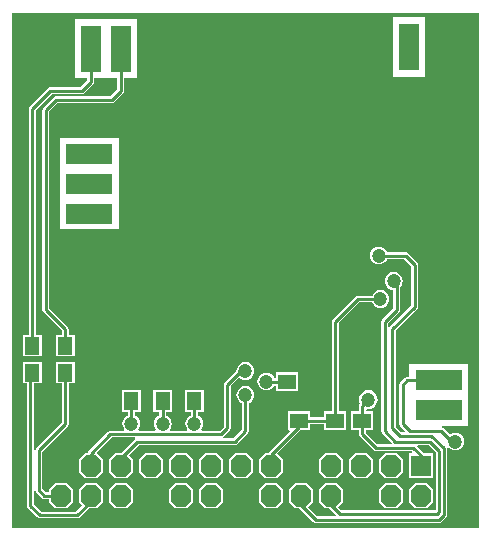
<source format=gbl>
G04 Layer_Physical_Order=2*
G04 Layer_Color=16711680*
%FSLAX44Y44*%
%MOMM*%
G71*
G01*
G75*
%ADD10R,1.5240X1.2700*%
%ADD16R,1.2700X1.5240*%
%ADD17C,0.2540*%
%ADD22R,4.0000X1.7000*%
%ADD23R,1.7000X4.0000*%
G04:AMPARAMS|DCode=24|XSize=1.7mm|YSize=1.8mm|CornerRadius=0mm|HoleSize=0mm|Usage=FLASHONLY|Rotation=180.000|XOffset=0mm|YOffset=0mm|HoleType=Round|Shape=Octagon|*
%AMOCTAGOND24*
4,1,8,0.4250,-0.9000,-0.4250,-0.9000,-0.8500,-0.4750,-0.8500,0.4750,-0.4250,0.9000,0.4250,0.9000,0.8500,0.4750,0.8500,-0.4750,0.4250,-0.9000,0.0*
%
%ADD24OCTAGOND24*%

%ADD25R,1.7000X1.8000*%
%ADD26C,1.2000*%
G36*
X1524937Y719154D02*
X1129363D01*
Y1155367D01*
X1524937D01*
Y719154D01*
D02*
G37*
%LPC*%
G36*
X1252152Y782684D02*
X1242128D01*
X1237116Y777672D01*
Y766648D01*
X1242128Y761636D01*
X1252152D01*
X1257164Y766648D01*
Y777672D01*
X1252152Y782684D01*
D02*
G37*
G36*
X1480752Y757284D02*
X1470728D01*
X1465716Y752272D01*
Y741248D01*
X1470728Y736236D01*
X1480752D01*
X1485764Y741248D01*
Y752272D01*
X1480752Y757284D01*
D02*
G37*
G36*
X1277552Y782684D02*
X1267528D01*
X1262516Y777672D01*
Y766648D01*
X1267528Y761636D01*
X1277552D01*
X1282564Y766648D01*
Y777672D01*
X1277552Y782684D01*
D02*
G37*
G36*
X1328352D02*
X1318328D01*
X1313316Y777672D01*
Y766648D01*
X1318328Y761636D01*
X1328352D01*
X1333364Y766648D01*
Y777672D01*
X1328352Y782684D01*
D02*
G37*
G36*
X1302952D02*
X1292928D01*
X1287916Y777672D01*
Y766648D01*
X1292928Y761636D01*
X1302952D01*
X1307964Y766648D01*
Y777672D01*
X1302952Y782684D01*
D02*
G37*
G36*
X1277552Y757284D02*
X1267528D01*
X1262516Y752272D01*
Y741248D01*
X1267528Y736236D01*
X1277552D01*
X1282564Y741248D01*
Y752272D01*
X1277552Y757284D01*
D02*
G37*
G36*
X1226752D02*
X1216728D01*
X1211716Y752272D01*
Y741248D01*
X1216728Y736236D01*
X1226752D01*
X1231764Y741248D01*
Y752272D01*
X1226752Y757284D01*
D02*
G37*
G36*
X1302952D02*
X1292928D01*
X1287916Y752272D01*
Y741248D01*
X1292928Y736236D01*
X1302952D01*
X1307964Y741248D01*
Y752272D01*
X1302952Y757284D01*
D02*
G37*
G36*
X1455352D02*
X1445328D01*
X1440316Y752272D01*
Y741248D01*
X1445328Y736236D01*
X1455352D01*
X1460364Y741248D01*
Y752272D01*
X1455352Y757284D01*
D02*
G37*
G36*
X1353752D02*
X1343728D01*
X1338716Y752272D01*
Y741248D01*
X1343728Y736236D01*
X1353752D01*
X1358764Y741248D01*
Y752272D01*
X1353752Y757284D01*
D02*
G37*
G36*
X1441450Y920719D02*
X1439486Y920460D01*
X1437655Y919702D01*
X1436084Y918496D01*
X1434878Y916925D01*
X1434486Y915979D01*
X1422400D01*
X1421310Y915762D01*
X1420386Y915144D01*
X1420386Y915144D01*
X1401336Y896094D01*
X1400718Y895170D01*
X1400501Y894080D01*
X1400501Y894080D01*
Y818134D01*
X1394206D01*
Y813109D01*
X1382014D01*
Y818134D01*
X1363726D01*
Y802386D01*
X1364388D01*
X1364874Y801213D01*
X1346726Y783064D01*
X1346471Y782684D01*
X1343728D01*
X1338716Y777672D01*
Y766648D01*
X1343728Y761636D01*
X1353752D01*
X1358764Y766648D01*
Y777672D01*
X1354077Y782359D01*
X1374105Y802386D01*
X1382014D01*
Y807411D01*
X1394206D01*
Y802386D01*
X1412494D01*
Y818134D01*
X1406199D01*
Y892900D01*
X1423580Y910281D01*
X1434486D01*
X1434878Y909335D01*
X1436084Y907764D01*
X1437655Y906558D01*
X1439486Y905800D01*
X1441450Y905541D01*
X1443414Y905800D01*
X1445244Y906558D01*
X1446816Y907764D01*
X1448022Y909335D01*
X1448780Y911166D01*
X1449039Y913130D01*
X1448780Y915094D01*
X1448022Y916925D01*
X1446816Y918496D01*
X1445244Y919702D01*
X1443414Y920460D01*
X1441450Y920719D01*
D02*
G37*
G36*
X1440180Y957549D02*
X1438216Y957290D01*
X1436385Y956532D01*
X1434814Y955326D01*
X1433608Y953755D01*
X1432850Y951924D01*
X1432591Y949960D01*
X1432850Y947996D01*
X1433608Y946165D01*
X1434814Y944594D01*
X1436385Y943388D01*
X1438216Y942630D01*
X1440180Y942371D01*
X1442144Y942630D01*
X1443974Y943388D01*
X1445546Y944594D01*
X1446752Y946165D01*
X1447144Y947111D01*
X1461860D01*
X1467811Y941160D01*
Y907960D01*
X1449596Y889744D01*
X1449379Y889420D01*
X1448109Y889805D01*
Y892900D01*
X1457434Y902226D01*
X1457434Y902226D01*
X1458052Y903150D01*
X1458269Y904240D01*
Y923033D01*
X1459452Y924576D01*
X1460210Y926406D01*
X1460469Y928370D01*
X1460210Y930334D01*
X1459452Y932165D01*
X1458246Y933736D01*
X1456674Y934942D01*
X1454844Y935700D01*
X1452880Y935959D01*
X1450916Y935700D01*
X1449086Y934942D01*
X1447514Y933736D01*
X1446308Y932165D01*
X1445550Y930334D01*
X1445291Y928370D01*
X1445550Y926406D01*
X1446308Y924576D01*
X1447514Y923004D01*
X1449086Y921798D01*
X1450916Y921040D01*
X1452571Y920822D01*
Y905420D01*
X1443246Y896094D01*
X1442628Y895170D01*
X1442411Y894080D01*
X1442411Y894080D01*
Y801370D01*
X1442411Y801370D01*
X1442628Y800280D01*
X1443246Y799356D01*
X1451082Y791519D01*
X1450556Y790249D01*
X1438820D01*
X1429059Y800010D01*
Y802386D01*
X1435354D01*
Y818134D01*
X1429821D01*
X1429389Y819404D01*
X1430329Y820225D01*
X1431290Y820098D01*
X1433345Y820369D01*
X1435261Y821162D01*
X1436906Y822424D01*
X1438168Y824069D01*
X1438961Y825984D01*
X1439232Y828040D01*
X1438961Y830096D01*
X1438168Y832011D01*
X1436906Y833656D01*
X1435261Y834918D01*
X1433345Y835711D01*
X1431290Y835982D01*
X1429234Y835711D01*
X1427319Y834918D01*
X1425674Y833656D01*
X1424412Y832011D01*
X1423619Y830096D01*
X1423348Y828040D01*
X1423619Y825984D01*
X1424098Y824828D01*
X1423578Y824050D01*
X1423361Y822960D01*
X1423361Y822960D01*
Y818134D01*
X1417066D01*
Y802386D01*
X1423361D01*
Y798830D01*
X1423361Y798830D01*
X1423578Y797740D01*
X1424196Y796816D01*
X1435626Y785386D01*
X1435626Y785386D01*
X1436550Y784768D01*
X1437640Y784551D01*
X1437640Y784551D01*
X1467939D01*
X1468409Y783954D01*
X1467832Y782684D01*
X1465716D01*
Y761636D01*
X1485764D01*
Y782684D01*
X1478009D01*
X1477754Y783064D01*
X1477754Y783064D01*
X1472457Y788361D01*
X1472984Y789631D01*
X1482180D01*
X1488227Y783584D01*
Y734369D01*
X1408340D01*
X1405512Y737196D01*
X1409564Y741248D01*
Y752272D01*
X1404552Y757284D01*
X1394528D01*
X1389516Y752272D01*
Y741248D01*
X1394528Y736236D01*
X1398415D01*
X1404093Y730559D01*
X1403566Y729289D01*
X1388020D01*
X1380112Y737196D01*
X1384164Y741248D01*
Y752272D01*
X1379152Y757284D01*
X1369128D01*
X1364116Y752272D01*
Y741248D01*
X1369128Y736236D01*
X1373015D01*
X1384826Y724426D01*
X1384826Y724426D01*
X1385750Y723808D01*
X1386840Y723591D01*
X1386840Y723591D01*
X1490980D01*
X1490980Y723591D01*
X1492070Y723808D01*
X1492994Y724426D01*
X1497154Y728586D01*
X1497154Y728586D01*
X1497772Y729510D01*
X1497989Y730600D01*
Y787050D01*
X1497989Y787050D01*
X1497974Y787126D01*
X1499161Y787664D01*
X1499584Y787114D01*
X1501156Y785908D01*
X1502986Y785150D01*
X1504950Y784891D01*
X1506914Y785150D01*
X1508745Y785908D01*
X1510316Y787114D01*
X1511522Y788686D01*
X1512280Y790516D01*
X1512539Y792480D01*
X1512280Y794444D01*
X1511522Y796274D01*
X1510316Y797846D01*
X1508745Y799052D01*
X1506914Y799810D01*
X1504950Y800069D01*
X1502986Y799810D01*
X1501156Y799052D01*
X1500426Y798493D01*
X1495280Y803638D01*
X1494356Y804256D01*
X1493732Y804380D01*
X1493857Y805650D01*
X1515980D01*
Y831050D01*
Y858050D01*
X1465980D01*
Y847399D01*
X1464310D01*
X1464310Y847399D01*
X1463220Y847182D01*
X1462296Y846564D01*
X1458486Y842754D01*
X1457868Y841830D01*
X1457651Y840740D01*
X1457651Y840740D01*
Y807720D01*
X1457651Y807720D01*
X1457868Y806630D01*
X1458486Y805706D01*
X1462609Y801582D01*
X1462123Y800409D01*
X1459140D01*
X1454459Y805090D01*
Y886550D01*
X1472674Y904766D01*
X1472674Y904766D01*
X1473292Y905690D01*
X1473509Y906780D01*
Y942340D01*
X1473509Y942340D01*
X1473292Y943430D01*
X1472674Y944354D01*
X1465054Y951974D01*
X1464130Y952592D01*
X1463040Y952809D01*
X1463040Y952809D01*
X1447144D01*
X1446752Y953755D01*
X1445546Y955326D01*
X1443974Y956532D01*
X1442144Y957290D01*
X1440180Y957549D01*
D02*
G37*
G36*
X1220070Y1049820D02*
X1170070D01*
Y1022820D01*
Y997420D01*
Y972020D01*
X1220070D01*
Y997420D01*
Y1022820D01*
Y1049820D01*
D02*
G37*
G36*
X1479080Y1151490D02*
X1452080D01*
Y1101490D01*
X1479080D01*
Y1151490D01*
D02*
G37*
G36*
X1235240Y1150220D02*
X1182840D01*
Y1100220D01*
X1193491D01*
Y1098460D01*
X1187540Y1092509D01*
X1162050D01*
X1162050Y1092509D01*
X1160960Y1092292D01*
X1160036Y1091674D01*
X1160036Y1091674D01*
X1144796Y1076434D01*
X1144178Y1075510D01*
X1143961Y1074420D01*
X1143961Y1074420D01*
Y882904D01*
X1138936D01*
Y864616D01*
X1154684D01*
Y882904D01*
X1149659D01*
Y1073240D01*
X1163230Y1086811D01*
X1188720D01*
X1188720Y1086811D01*
X1189810Y1087028D01*
X1190734Y1087646D01*
X1198354Y1095266D01*
X1198972Y1096190D01*
X1199189Y1097280D01*
X1199189Y1097280D01*
Y1100220D01*
X1218891D01*
Y1090840D01*
X1212940Y1084889D01*
X1167130D01*
X1167130Y1084889D01*
X1166040Y1084672D01*
X1165116Y1084054D01*
X1165116Y1084054D01*
X1156226Y1075164D01*
X1155608Y1074240D01*
X1155391Y1073150D01*
X1155391Y1073150D01*
Y904240D01*
X1155391Y904240D01*
X1155608Y903150D01*
X1156226Y902226D01*
X1171901Y886550D01*
Y882904D01*
X1166876D01*
Y864616D01*
X1182624D01*
Y882904D01*
X1177599D01*
Y887730D01*
X1177599Y887730D01*
X1177382Y888820D01*
X1176764Y889744D01*
X1176764Y889744D01*
X1161089Y905420D01*
Y1071970D01*
X1168310Y1079191D01*
X1214120D01*
X1214120Y1079191D01*
X1215210Y1079408D01*
X1216134Y1080026D01*
X1223754Y1087646D01*
X1224372Y1088570D01*
X1224589Y1089660D01*
X1224589Y1089660D01*
Y1100220D01*
X1235240D01*
Y1150220D01*
D02*
G37*
G36*
X1371854Y851154D02*
X1353566D01*
Y846129D01*
X1351894D01*
X1351502Y847075D01*
X1350296Y848646D01*
X1348725Y849852D01*
X1346894Y850610D01*
X1344930Y850869D01*
X1342966Y850610D01*
X1341136Y849852D01*
X1339564Y848646D01*
X1338358Y847075D01*
X1337600Y845244D01*
X1337341Y843280D01*
X1337600Y841316D01*
X1338358Y839485D01*
X1339564Y837914D01*
X1341136Y836708D01*
X1342966Y835950D01*
X1344930Y835691D01*
X1346894Y835950D01*
X1348725Y836708D01*
X1350296Y837914D01*
X1351502Y839485D01*
X1351894Y840431D01*
X1353566D01*
Y835406D01*
X1371854D01*
Y851154D01*
D02*
G37*
G36*
X1429952Y782684D02*
X1419928D01*
X1414916Y777672D01*
Y766648D01*
X1419928Y761636D01*
X1429952D01*
X1434964Y766648D01*
Y777672D01*
X1429952Y782684D01*
D02*
G37*
G36*
X1404552D02*
X1394528D01*
X1389516Y777672D01*
Y766648D01*
X1394528Y761636D01*
X1404552D01*
X1409564Y766648D01*
Y777672D01*
X1404552Y782684D01*
D02*
G37*
G36*
X1455352D02*
X1445328D01*
X1440316Y777672D01*
Y766648D01*
X1445328Y761636D01*
X1455352D01*
X1460364Y766648D01*
Y777672D01*
X1455352Y782684D01*
D02*
G37*
G36*
X1327150Y859759D02*
X1325186Y859500D01*
X1323356Y858742D01*
X1321784Y857536D01*
X1320578Y855965D01*
X1319820Y854134D01*
X1319599Y852458D01*
X1309896Y842754D01*
X1309278Y841830D01*
X1309061Y840740D01*
X1309061Y840740D01*
Y805090D01*
X1305650Y801679D01*
X1290419D01*
X1289793Y802949D01*
X1290542Y803925D01*
X1291300Y805756D01*
X1291559Y807720D01*
X1291300Y809684D01*
X1290542Y811515D01*
X1289336Y813086D01*
X1287764Y814292D01*
X1286819Y814684D01*
Y817626D01*
X1291844D01*
Y835914D01*
X1276096D01*
Y817626D01*
X1281121D01*
Y814684D01*
X1280175Y814292D01*
X1278604Y813086D01*
X1277398Y811515D01*
X1276640Y809684D01*
X1276381Y807720D01*
X1276640Y805756D01*
X1277398Y803925D01*
X1278147Y802949D01*
X1277521Y801679D01*
X1263749D01*
X1263123Y802949D01*
X1263872Y803925D01*
X1264630Y805756D01*
X1264889Y807720D01*
X1264630Y809684D01*
X1263872Y811515D01*
X1262666Y813086D01*
X1261095Y814292D01*
X1260149Y814684D01*
Y817626D01*
X1265174D01*
Y835914D01*
X1249426D01*
Y817626D01*
X1254451D01*
Y814684D01*
X1253505Y814292D01*
X1251934Y813086D01*
X1250728Y811515D01*
X1249970Y809684D01*
X1249711Y807720D01*
X1249970Y805756D01*
X1250728Y803925D01*
X1251477Y802949D01*
X1250851Y801679D01*
X1237079D01*
X1236453Y802949D01*
X1237202Y803925D01*
X1237960Y805756D01*
X1238219Y807720D01*
X1237960Y809684D01*
X1237202Y811515D01*
X1235996Y813086D01*
X1234425Y814292D01*
X1233479Y814684D01*
Y817626D01*
X1238504D01*
Y835914D01*
X1222756D01*
Y817626D01*
X1227781D01*
Y814684D01*
X1226835Y814292D01*
X1225264Y813086D01*
X1224058Y811515D01*
X1223300Y809684D01*
X1223041Y807720D01*
X1223300Y805756D01*
X1224058Y803925D01*
X1224807Y802949D01*
X1224181Y801679D01*
X1212850D01*
X1212850Y801679D01*
X1211760Y801462D01*
X1210836Y800844D01*
X1210836Y800844D01*
X1194326Y784334D01*
X1193708Y783410D01*
X1193564Y782684D01*
X1191328D01*
X1186316Y777672D01*
Y766648D01*
X1191328Y761636D01*
X1201352D01*
X1206364Y766648D01*
Y777672D01*
X1201940Y782096D01*
X1201812Y783763D01*
X1214030Y795981D01*
X1233635D01*
X1234020Y794711D01*
X1233696Y794494D01*
X1233696Y794494D01*
X1221885Y782684D01*
X1216728D01*
X1211716Y777672D01*
Y766648D01*
X1216728Y761636D01*
X1226752D01*
X1231764Y766648D01*
Y777672D01*
X1228347Y781089D01*
X1236890Y789631D01*
X1318260D01*
X1318260Y789631D01*
X1319350Y789848D01*
X1320274Y790466D01*
X1329164Y799356D01*
X1329164Y799356D01*
X1329782Y800280D01*
X1329999Y801370D01*
X1329999Y801370D01*
Y824886D01*
X1330945Y825278D01*
X1332516Y826484D01*
X1333722Y828055D01*
X1334480Y829886D01*
X1334739Y831850D01*
X1334480Y833814D01*
X1333722Y835645D01*
X1332516Y837216D01*
X1330945Y838422D01*
X1329114Y839180D01*
X1327150Y839439D01*
X1325186Y839180D01*
X1323356Y838422D01*
X1321784Y837216D01*
X1320578Y835645D01*
X1319820Y833814D01*
X1319561Y831850D01*
X1319820Y829886D01*
X1320578Y828055D01*
X1321784Y826484D01*
X1323356Y825278D01*
X1324301Y824886D01*
Y802550D01*
X1317080Y795329D01*
X1308905D01*
X1308520Y796599D01*
X1308844Y796816D01*
X1313924Y801896D01*
X1313924Y801896D01*
X1314542Y802820D01*
X1314759Y803910D01*
X1314759Y803910D01*
Y839560D01*
X1321908Y846709D01*
X1323356Y845598D01*
X1325186Y844840D01*
X1327150Y844581D01*
X1329114Y844840D01*
X1330945Y845598D01*
X1332516Y846804D01*
X1333722Y848375D01*
X1334480Y850206D01*
X1334739Y852170D01*
X1334480Y854134D01*
X1333722Y855965D01*
X1332516Y857536D01*
X1330945Y858742D01*
X1329114Y859500D01*
X1327150Y859759D01*
D02*
G37*
G36*
X1182624Y860044D02*
X1166876D01*
Y841756D01*
X1171901D01*
Y808900D01*
X1150184Y787183D01*
X1149567Y786259D01*
X1149405Y785444D01*
X1148135Y785569D01*
Y841756D01*
X1154684D01*
Y860044D01*
X1138936D01*
Y841756D01*
X1142437D01*
Y738124D01*
X1142437Y738124D01*
X1142654Y737034D01*
X1143272Y736110D01*
X1151146Y728236D01*
X1151146Y728236D01*
X1152070Y727618D01*
X1153160Y727401D01*
X1184910D01*
X1184910Y727401D01*
X1186000Y727618D01*
X1186924Y728236D01*
X1194925Y736236D01*
X1201352D01*
X1206364Y741248D01*
Y752272D01*
X1201352Y757284D01*
X1191328D01*
X1186316Y752272D01*
Y741248D01*
X1189098Y738466D01*
X1183730Y733099D01*
X1154340D01*
X1148135Y739304D01*
Y751131D01*
X1149405Y751256D01*
X1149567Y750441D01*
X1150184Y749517D01*
X1154956Y744746D01*
X1155880Y744128D01*
X1156970Y743911D01*
X1156970Y743911D01*
X1160916D01*
Y741248D01*
X1165928Y736236D01*
X1175952D01*
X1180964Y741248D01*
Y752272D01*
X1175952Y757284D01*
X1165928D01*
X1160916Y752272D01*
Y749609D01*
X1158150D01*
X1155048Y752711D01*
Y783989D01*
X1176764Y805706D01*
X1176764Y805706D01*
X1177382Y806630D01*
X1177599Y807720D01*
Y841756D01*
X1182624D01*
Y860044D01*
D02*
G37*
%LPD*%
D10*
X1372870Y810260D02*
D03*
X1350010D02*
D03*
X1403350D02*
D03*
X1426210D02*
D03*
X1362710Y843280D02*
D03*
X1385570D02*
D03*
D16*
X1146810Y873760D02*
D03*
Y850900D02*
D03*
X1174750D02*
D03*
Y873760D02*
D03*
X1230630Y826770D02*
D03*
Y849630D02*
D03*
X1257300Y826770D02*
D03*
Y849630D02*
D03*
X1283970Y826770D02*
D03*
Y849630D02*
D03*
D17*
X1152199Y751531D02*
X1156970Y746760D01*
X1158240Y904240D02*
X1174750Y887730D01*
X1374140Y739140D02*
X1386840Y726440D01*
X1399540Y739140D02*
X1407160Y731520D01*
X1174750Y873760D02*
Y887730D01*
X1145286Y849376D02*
X1146810Y850900D01*
X1145286Y738124D02*
Y849376D01*
X1184910Y730250D02*
X1196340Y741680D01*
X1327150Y852170D02*
X1328330D01*
X1323340D02*
X1327150D01*
Y801370D02*
Y831850D01*
X1318260Y792480D02*
X1327150Y801370D01*
X1235710Y792480D02*
X1318260D01*
X1221740Y778510D02*
X1235710Y792480D01*
X1153160Y730250D02*
X1184910D01*
X1145286Y738124D02*
X1153160Y730250D01*
X1374140Y739140D02*
Y746760D01*
X1221740Y772160D02*
Y778510D01*
X1196340Y741680D02*
Y746760D01*
X1399540Y739140D02*
Y746760D01*
X1156970D02*
X1170940D01*
X1196340Y772160D02*
Y782320D01*
X1212850Y798830D01*
X1348740Y772160D02*
X1350010Y773430D01*
X1230630Y849630D02*
X1257300D01*
X1283970D01*
X1230630Y807720D02*
Y826770D01*
X1257300Y807720D02*
Y826770D01*
X1283970Y807720D02*
Y826770D01*
X1197610Y853440D02*
Y899160D01*
X1201420Y849630D02*
X1230630D01*
X1197610Y853440D02*
X1201420Y849630D01*
X1170940Y772160D02*
Y786130D01*
X1197610Y812800D02*
Y853440D01*
X1212850Y798830D02*
X1306830D01*
X1311910Y840740D02*
X1323340Y852170D01*
X1306830Y798830D02*
X1311910Y803910D01*
Y840740D01*
X1146810Y873760D02*
Y1074420D01*
X1162050Y1089660D01*
X1214120Y1082040D02*
X1221740Y1089660D01*
Y1125220D01*
X1197610Y899160D02*
Y951230D01*
X1152199Y751531D02*
Y785169D01*
X1174750Y807720D01*
Y850900D01*
X1158240Y904240D02*
Y1073150D01*
X1167130Y1082040D01*
X1214120D01*
X1162050Y1089660D02*
X1188720D01*
X1196340Y1097280D01*
Y1125220D01*
X1195070Y1061720D02*
X1226820D01*
X1280160Y1008380D02*
X1303020D01*
X1197610Y951230D02*
X1212850D01*
X1252220Y990600D02*
Y1036320D01*
X1226820Y1061720D02*
X1234440Y1054100D01*
X1252220Y1036320D01*
X1421130Y984250D02*
Y1054100D01*
X1489710D01*
X1475740Y772160D02*
Y781050D01*
X1344930Y843280D02*
X1362710D01*
X1348740Y772160D02*
Y781050D01*
X1350010Y810260D02*
X1365250Y825500D01*
X1381760D01*
X1385570Y829310D01*
Y843280D01*
X1391920Y849630D02*
Y906780D01*
X1385570Y843280D02*
X1391920Y849630D01*
X1426210Y822960D02*
X1431290Y828040D01*
X1403350Y894080D02*
X1422400Y913130D01*
X1441450D01*
X1426210Y810260D02*
Y822960D01*
Y798830D02*
Y810260D01*
X1403350D02*
Y894080D01*
X1372870Y805180D02*
Y810260D01*
X1403350D01*
X1348740Y781050D02*
X1372870Y805180D01*
X1489710Y1054100D02*
X1490980Y1052830D01*
X1426210Y798830D02*
X1437640Y787400D01*
X1469390D01*
X1475740Y781050D01*
X1445260Y801370D02*
X1454150Y792480D01*
X1451610Y803910D02*
X1457960Y797560D01*
X1464310Y844550D02*
X1490980D01*
X1460500Y840740D02*
X1464310Y844550D01*
X1460500Y807720D02*
Y840740D01*
X1407160Y731520D02*
X1489710D01*
X1386840Y726440D02*
X1490980D01*
X1489710Y731520D02*
X1491076Y732886D01*
X1490980Y726440D02*
X1495140Y730600D01*
X1460500Y807720D02*
X1466596Y801624D01*
X1493266D01*
X1502410Y792480D01*
X1504950D01*
X1457960Y797560D02*
X1484630D01*
X1495140Y787050D01*
Y730600D02*
Y787050D01*
X1454150Y792480D02*
X1483360D01*
X1491076Y784764D01*
Y732886D02*
Y784764D01*
X1252220Y1036320D02*
X1280160Y1008380D01*
X1490980Y869950D02*
Y1052830D01*
X1234440Y1054100D02*
X1421130D01*
X1212850Y951230D02*
X1252220Y990600D01*
X1463040Y949960D02*
X1470660Y942340D01*
Y906780D02*
Y942340D01*
X1451610Y887730D02*
X1470660Y906780D01*
X1440180Y949960D02*
X1463040D01*
X1451610Y803910D02*
Y887730D01*
X1452880Y928370D02*
X1455420Y925830D01*
Y904240D02*
Y925830D01*
X1445260Y894080D02*
X1455420Y904240D01*
X1445260Y801370D02*
Y894080D01*
X1344930Y815340D02*
X1350010Y810260D01*
X1344930Y815340D02*
Y825500D01*
X1170940Y786130D02*
X1197610Y812800D01*
D22*
X1195070Y1061720D02*
D03*
Y1036320D02*
D03*
Y1010920D02*
D03*
Y985520D02*
D03*
X1490980Y869950D02*
D03*
Y844550D02*
D03*
Y819150D02*
D03*
D23*
X1170940Y1125220D02*
D03*
X1196340D02*
D03*
X1221740D02*
D03*
X1465580Y1126490D02*
D03*
X1490980D02*
D03*
D24*
X1170940Y746760D02*
D03*
Y772160D02*
D03*
X1196340Y746760D02*
D03*
Y772160D02*
D03*
X1221740Y746760D02*
D03*
Y772160D02*
D03*
X1247140Y746760D02*
D03*
Y772160D02*
D03*
X1272540Y746760D02*
D03*
Y772160D02*
D03*
X1297940Y746760D02*
D03*
Y772160D02*
D03*
X1323340Y746760D02*
D03*
Y772160D02*
D03*
X1348740Y746760D02*
D03*
Y772160D02*
D03*
X1374140Y746760D02*
D03*
Y772160D02*
D03*
X1399540Y746760D02*
D03*
Y772160D02*
D03*
X1424940Y746760D02*
D03*
Y772160D02*
D03*
X1450340Y746760D02*
D03*
Y772160D02*
D03*
X1475740Y746760D02*
D03*
D25*
Y772160D02*
D03*
D26*
X1159510Y815340D02*
D03*
X1327150Y831850D02*
D03*
Y852170D02*
D03*
X1197610Y853440D02*
D03*
X1391920Y906780D02*
D03*
X1197610Y899160D02*
D03*
X1489710Y1054100D02*
D03*
X1421130Y984250D02*
D03*
X1440180Y949960D02*
D03*
X1441450Y913130D02*
D03*
X1452880Y928370D02*
D03*
X1230630Y807720D02*
D03*
X1257300D02*
D03*
X1283970D02*
D03*
X1303020Y1008380D02*
D03*
X1197610Y951230D02*
D03*
X1344930Y843280D02*
D03*
X1431290Y828040D02*
D03*
X1504950Y792480D02*
D03*
X1361440Y1078230D02*
D03*
X1344930Y825500D02*
D03*
X1271270Y965200D02*
D03*
X1427480Y1117600D02*
D03*
X1504950Y894080D02*
D03*
X1187450Y795020D02*
D03*
M02*

</source>
